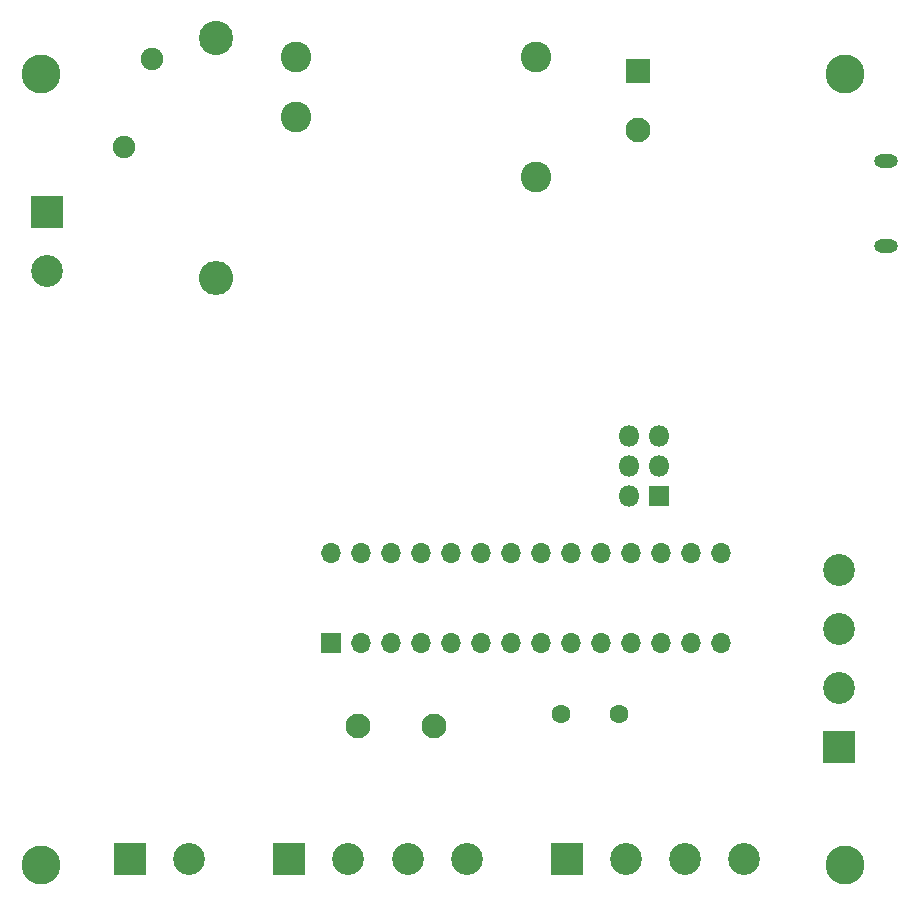
<source format=gbr>
%TF.GenerationSoftware,KiCad,Pcbnew,(5.1.6)-1*%
%TF.CreationDate,2021-11-18T16:20:29-08:00*%
%TF.ProjectId,well-monitor,77656c6c-2d6d-46f6-9e69-746f722e6b69,rev?*%
%TF.SameCoordinates,Original*%
%TF.FileFunction,Soldermask,Bot*%
%TF.FilePolarity,Negative*%
%FSLAX46Y46*%
G04 Gerber Fmt 4.6, Leading zero omitted, Abs format (unit mm)*
G04 Created by KiCad (PCBNEW (5.1.6)-1) date 2021-11-18 16:20:29*
%MOMM*%
%LPD*%
G01*
G04 APERTURE LIST*
%ADD10O,2.900000X2.900000*%
%ADD11C,2.900000*%
%ADD12C,3.300000*%
%ADD13O,2.000000X1.150000*%
%ADD14C,2.700000*%
%ADD15R,2.700000X2.700000*%
%ADD16C,1.900000*%
%ADD17C,2.100000*%
%ADD18R,2.100000X2.100000*%
%ADD19C,1.600000*%
%ADD20C,2.600000*%
%ADD21O,1.800000X1.800000*%
%ADD22R,1.800000X1.800000*%
%ADD23O,1.700000X1.700000*%
%ADD24R,1.700000X1.700000*%
G04 APERTURE END LIST*
D10*
%TO.C,R6*%
X114750000Y-66320000D03*
D11*
X114750000Y-46000000D03*
%TD*%
D12*
%TO.C,H4*%
X100000000Y-116000000D03*
%TD*%
%TO.C,H3*%
X168000000Y-116000000D03*
%TD*%
%TO.C,H2*%
X168000000Y-49000000D03*
%TD*%
%TO.C,H1*%
X100000000Y-49000000D03*
%TD*%
D13*
%TO.C,J6*%
X171550000Y-56425000D03*
X171550000Y-63575000D03*
%TD*%
D14*
%TO.C,J8*%
X112500000Y-115500000D03*
D15*
X107500000Y-115500000D03*
%TD*%
D14*
%TO.C,J5*%
X100500000Y-65750000D03*
D15*
X100500000Y-60750000D03*
%TD*%
D14*
%TO.C,J3*%
X159500000Y-115500000D03*
X154500000Y-115500000D03*
X149500000Y-115500000D03*
D15*
X144500000Y-115500000D03*
%TD*%
D14*
%TO.C,J2*%
X136000000Y-115500000D03*
X131000000Y-115500000D03*
X126000000Y-115500000D03*
D15*
X121000000Y-115500000D03*
%TD*%
D14*
%TO.C,J1*%
X167500000Y-91000000D03*
X167500000Y-96000000D03*
X167500000Y-101000000D03*
D15*
X167500000Y-106000000D03*
%TD*%
D16*
%TO.C,RV1*%
X109400000Y-47750000D03*
X107000000Y-55250000D03*
%TD*%
D17*
%TO.C,C16*%
X150500000Y-53750000D03*
D18*
X150500000Y-48750000D03*
%TD*%
D19*
%TO.C,Y2*%
X148880000Y-103250000D03*
X144000000Y-103250000D03*
%TD*%
D20*
%TO.C,U2*%
X141910000Y-47590000D03*
X121590000Y-52670000D03*
X121590000Y-47590000D03*
X141910000Y-57750000D03*
%TD*%
D17*
%TO.C,SW1*%
X133200000Y-104250000D03*
X126800000Y-104250000D03*
%TD*%
D21*
%TO.C,J4*%
X149710000Y-79670000D03*
X152250000Y-79670000D03*
X149710000Y-82210000D03*
X152250000Y-82210000D03*
X149710000Y-84750000D03*
D22*
X152250000Y-84750000D03*
%TD*%
D23*
%TO.C,U1*%
X124500000Y-89630000D03*
X157520000Y-97250000D03*
X127040000Y-89630000D03*
X154980000Y-97250000D03*
X129580000Y-89630000D03*
X152440000Y-97250000D03*
X132120000Y-89630000D03*
X149900000Y-97250000D03*
X134660000Y-89630000D03*
X147360000Y-97250000D03*
X137200000Y-89630000D03*
X144820000Y-97250000D03*
X139740000Y-89630000D03*
X142280000Y-97250000D03*
X142280000Y-89630000D03*
X139740000Y-97250000D03*
X144820000Y-89630000D03*
X137200000Y-97250000D03*
X147360000Y-89630000D03*
X134660000Y-97250000D03*
X149900000Y-89630000D03*
X132120000Y-97250000D03*
X152440000Y-89630000D03*
X129580000Y-97250000D03*
X154980000Y-89630000D03*
X127040000Y-97250000D03*
X157520000Y-89630000D03*
D24*
X124500000Y-97250000D03*
%TD*%
M02*

</source>
